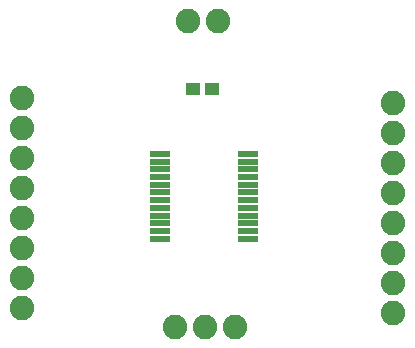
<source format=gbr>
G04 EAGLE Gerber RS-274X export*
G75*
%MOMM*%
%FSLAX34Y34*%
%LPD*%
%INSoldermask Top*%
%IPPOS*%
%AMOC8*
5,1,8,0,0,1.08239X$1,22.5*%
G01*
%ADD10C,2.082800*%
%ADD11R,1.672400X0.604700*%
%ADD12R,1.253200X1.103200*%


D10*
X183300Y299800D03*
X208700Y299800D03*
X223200Y40200D03*
X197800Y40200D03*
X172400Y40200D03*
X42620Y56570D03*
X42620Y81970D03*
X42620Y107370D03*
X42620Y132770D03*
X42620Y158170D03*
X42620Y183570D03*
X42620Y208970D03*
X42620Y234370D03*
X356700Y230200D03*
X356700Y204800D03*
X356700Y179400D03*
X356700Y154000D03*
X356700Y128600D03*
X356700Y103200D03*
X356700Y77800D03*
X356700Y52400D03*
D11*
X159187Y186950D03*
X159187Y180450D03*
X159187Y173950D03*
X159187Y167450D03*
X159187Y160950D03*
X159187Y154450D03*
X159187Y147950D03*
X159187Y141450D03*
X159187Y134950D03*
X159187Y128450D03*
X159187Y121950D03*
X159187Y115450D03*
X233613Y115450D03*
X233613Y121950D03*
X233613Y128450D03*
X233613Y134950D03*
X233613Y141450D03*
X233613Y147950D03*
X233613Y154450D03*
X233613Y160950D03*
X233613Y167450D03*
X233613Y173950D03*
X233613Y180450D03*
X233613Y186950D03*
D12*
X203100Y242200D03*
X187100Y242200D03*
M02*

</source>
